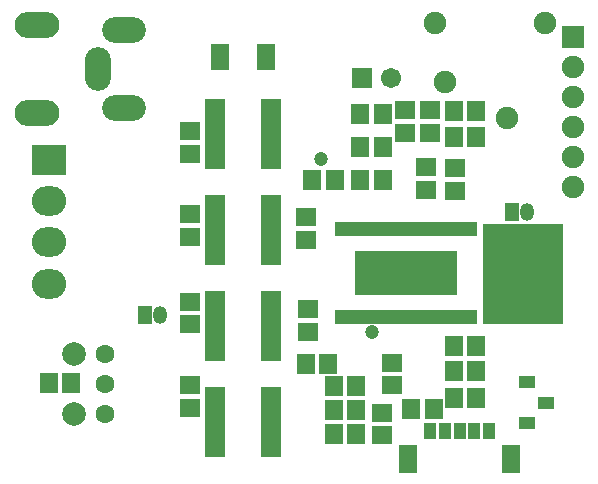
<source format=gbr>
G04 DipTrace 3.3.1.3*
G04 BottomMask.gbr*
%MOIN*%
G04 #@! TF.FileFunction,Soldermask,Bot*
G04 #@! TF.Part,Single*
%ADD92C,0.047402*%
%ADD98C,0.078898*%
%ADD100C,0.06315*%
%ADD108R,0.342677X0.145827*%
%ADD110R,0.019252X0.047402*%
%ADD114R,0.057244X0.043465*%
%ADD128R,0.071024X0.232441*%
%ADD130O,0.047402X0.059213*%
%ADD132R,0.047402X0.059213*%
%ADD134R,0.059213X0.092677*%
%ADD136R,0.039528X0.055276*%
%ADD138O,0.114331X0.098583*%
%ADD140R,0.114331X0.098583*%
%ADD142C,0.067402*%
%ADD144R,0.067402X0.067402*%
%ADD146R,0.074961X0.074961*%
%ADD148C,0.074961*%
%ADD150O,0.149764X0.086772*%
%ADD152O,0.086772X0.145827*%
%ADD154O,0.145827X0.086772*%
%ADD158R,0.06315X0.090709*%
%ADD162R,0.059213X0.067087*%
%ADD164R,0.067087X0.059213*%
%FSLAX26Y26*%
G04*
G70*
G90*
G75*
G01*
G04 BotMask*
%LPD*%
D92*
X1463724Y1457008D3*
X1633016Y878268D3*
D164*
X1743252Y1543622D3*
Y1618425D3*
D162*
X1593337Y1386375D3*
X1668140D3*
X1580388Y699046D3*
X1505585D3*
X1593134Y1495630D3*
X1667937D3*
X1593134Y1604213D3*
X1667937D3*
X1580388Y618720D3*
X1505585D3*
X1580184Y538395D3*
X1505381D3*
X1979472Y748346D3*
X1904669D3*
D164*
X1908606Y1425512D3*
Y1350709D3*
D162*
X1979983Y660366D3*
X1905180D3*
X1762937Y622362D3*
X1837740D3*
D164*
X1812596Y1352808D3*
Y1427612D3*
D162*
X1979472Y1527874D3*
X1904669D3*
X1904975Y831243D3*
X1979778D3*
D164*
X1413487Y1261362D3*
Y1186559D3*
X1699945Y701102D3*
Y775906D3*
X1664512Y535748D3*
Y610551D3*
D162*
X1433862Y1386375D3*
X1508665D3*
D164*
X1419738Y880277D3*
Y955080D3*
D162*
X1411864Y773811D3*
X1486667D3*
D164*
X1026717Y905827D3*
Y980630D3*
Y701102D3*
Y626299D3*
Y1547559D3*
Y1472756D3*
Y1271969D3*
Y1197165D3*
D162*
X629079Y708976D3*
X554276D3*
D158*
X1278685Y1795591D3*
X1125147D3*
D154*
X806244Y1626299D3*
D152*
X719630Y1756220D3*
D154*
X806244Y1886142D3*
D150*
X514906Y1901890D3*
Y1610551D3*
D148*
X2207819Y1909764D3*
X2081835Y1590866D3*
X1877110Y1712913D3*
X1841677Y1909764D3*
D146*
X2302307Y1862520D3*
D148*
Y1762520D3*
Y1662520D3*
Y1562520D3*
Y1462520D3*
Y1362520D3*
D144*
X1597585Y1724724D3*
D142*
X1696005D3*
D140*
X554276Y1453071D3*
D138*
Y1315276D3*
Y1177480D3*
Y1039685D3*
D136*
X1825929Y547559D3*
X1875142D3*
D134*
X2095614Y457205D3*
X1751126D3*
D136*
X1924354Y547559D3*
X2022780D3*
X1973567D3*
D132*
X875732Y935945D3*
D130*
X925732D3*
D132*
X2098764Y1279843D3*
D130*
X2148764D3*
D128*
X1294433Y899168D3*
X1109394D3*
X1294433Y579055D3*
X1109394D3*
X1294433Y1539395D3*
X1109394D3*
X1294433Y1219282D3*
X1109394D3*
D164*
X1825929Y1543622D3*
Y1618425D3*
D162*
X1979472Y1614488D3*
X1904669D3*
D114*
X2148764Y575118D3*
Y712913D3*
X2211756Y644014D3*
D110*
X1518125Y1223858D3*
X1537810D3*
X1557495D3*
X1577180D3*
X1596865D3*
X1616550D3*
X1636235D3*
X1655920D3*
X1675605D3*
X1695290D3*
X1714975D3*
X1734660D3*
X1754345D3*
X1774030D3*
X1793715D3*
X1813400D3*
X1833085D3*
X1852770D3*
X1872455D3*
X1892140D3*
X1911825D3*
X1931510D3*
X1951196D3*
X1970881D3*
Y928583D3*
X1951196D3*
X1931510D3*
X1911825D3*
X1892140D3*
X1872455D3*
X1852770D3*
X1833085D3*
X1813400D3*
X1793715D3*
X1774030D3*
X1754345D3*
X1734660D3*
X1714975D3*
X1695290D3*
X1675605D3*
X1655920D3*
X1636235D3*
X1616550D3*
X1596865D3*
X1577180D3*
X1557495D3*
X1537810D3*
X1518125D3*
D108*
X1744503Y1076220D3*
D100*
X741283Y606614D3*
Y706614D3*
Y806614D3*
D98*
X638134Y606614D3*
Y806614D3*
G36*
X2003094Y1240472D2*
X2270811D1*
Y905827D1*
X2003094D1*
Y1240472D1*
G37*
M02*

</source>
